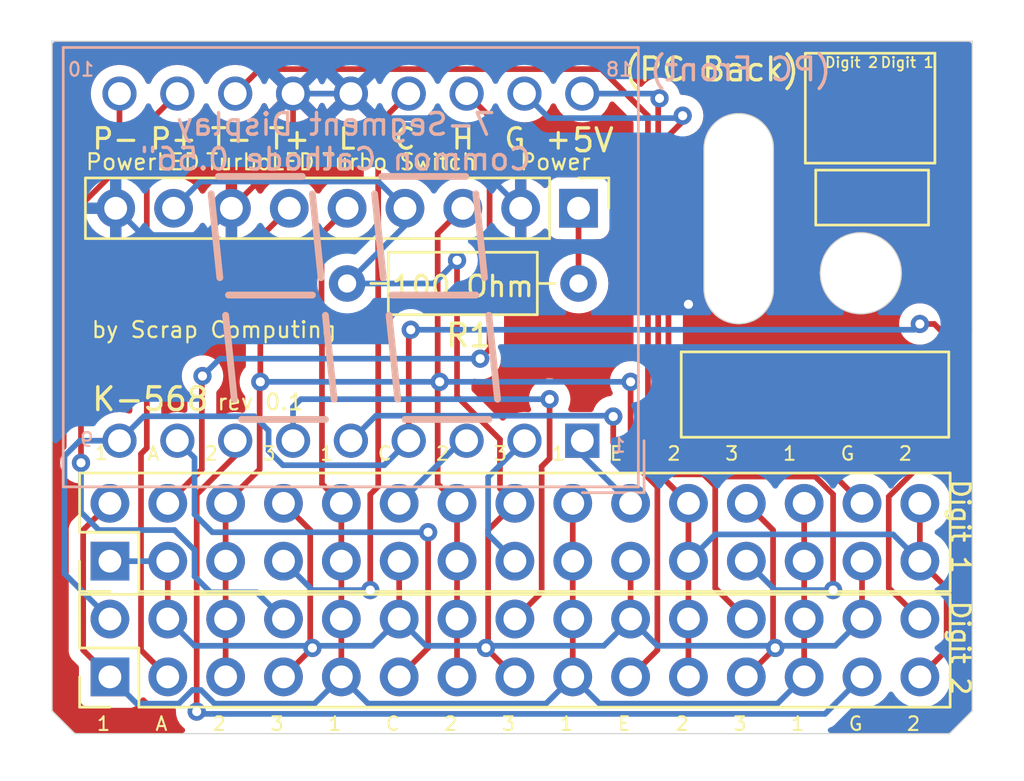
<source format=kicad_pcb>
(kicad_pcb (version 20221018) (generator pcbnew)
  (layers (0 "F.Cu" signal) (31 "B.Cu" signal) (34 "B.Paste" user) (35 "F.Paste" user) (36 "B.SilkS" user "B.Silkscreen") (37 "F.SilkS" user "F.Silkscreen") (38 "B.Mask" user) (39 "F.Mask" user) (44 "Edge.Cuts" user))
  (net 0 "")
  (net 1 "1")
  (net 2 "DIG1_A")
  (net 3 "2")
  (net 4 "3")
  (net 5 "DIG1_C")
  (net 6 "DIG1_E")
  (net 7 "DIG1_G")
  (net 8 "DIG1_F")
  (net 9 "DIG1_D")
  (net 10 "DIG1_B")
  (net 11 "DIG2_B")
  (net 12 "DIG2_D")
  (net 13 "DIG2_F")
  (net 14 "DIG2_G")
  (net 15 "DIG2_E")
  (net 16 "DIG2_C")
  (net 17 "DIG2_A")
  (net 18 "H")
  (net 19 "+5V")
  (net 20 "DIG1_CC")
  (footprint "Connector_PinHeader_2.54mm:PinHeader_1x09_P2.54mm_Vertical" (layer "F.Cu") (at 124.968 52.832 -90)
    (fp_text reference "J4" hide)
    (fp_text value "Conn_01x09")
    (fp_line (start -1.33 -1.33) (end 0 -1.33) (stroke (width 0.12)) (layer "F.SilkS"))
    (fp_line (start -1.33 0) (end -1.33 -1.33) (stroke (width 0.12)) (layer "F.SilkS"))
    (fp_line (start -1.33 1.27) (end -1.33 21.65) (stroke (width 0.12)) (layer "F.SilkS"))
    (fp_line (start -1.33 1.27) (end 1.33 1.27) (stroke (width 0.12)) (layer "F.SilkS"))
    (fp_line (start -1.33 21.65) (end 1.33 21.65) (stroke (width 0.12)) (layer "F.SilkS"))
    (fp_line (start 1.33 1.27) (end 1.33 21.65) (stroke (width 0.12)) (layer "F.SilkS"))
    (pad "1" thru_hole rect (at 0 0 270) (size 1.7 1.7) (drill 1) (layers "*.Cu" "*.Mask") (net 19 "+5V"))
    (pad "2" thru_hole oval (at 0 2.54 270) (size 1.7 1.7) (drill 1) (layers "*.Cu" "*.Mask") (net 20 "DIG1_CC"))
    (pad "3" thru_hole oval (at 0 5.08 270) (size 1.7 1.7) (drill 1) (layers "*.Cu" "*.Mask") (net 3 "2"))
    (pad "4" thru_hole oval (at 0 7.62 270) (size 1.7 1.7) (drill 1) (layers "*.Cu" "*.Mask") (net 4 "3"))
    (pad "5" thru_hole oval (at 0 10.16 270) (size 1.7 1.7) (drill 1) (layers "*.Cu" "*.Mask") (net 1 "1"))
    (pad "6" thru_hole oval (at 0 12.7 270) (size 1.7 1.7) (drill 1) (layers "*.Cu" "*.Mask") (net 3 "2"))
    (pad "7" thru_hole oval (at 0 15.24 270) (size 1.7 1.7) (drill 1) (layers "*.Cu" "*.Mask") (net 20 "DIG1_CC"))
    (pad "8" thru_hole oval (at 0 17.78 270) (size 1.7 1.7) (drill 1) (layers "*.Cu" "*.Mask") (net 4 "3"))
    (pad "9" thru_hole oval (at 0 20.32 270) (size 1.7 1.7) (drill 1) (layers "*.Cu" "*.Mask") (net 20 "DIG1_CC"))
  )
  (footprint "Connector_PinHeader_2.54mm:PinHeader_2x15_P2.54mm_Vertical" (layer "F.Cu") (at 104.394 73.406 90)
    (fp_text reference "J1" hide)
    (fp_text value "Conn_02x15 DigitRHS")
    (fp_line (start -1.33 -1.33) (end 0 -1.33) (stroke (width 0.12)) (layer "F.SilkS"))
    (fp_line (start -1.33 0) (end -1.33 -1.33) (stroke (width 0.12)) (layer "F.SilkS"))
    (fp_line (start -1.33 1.27) (end -1.33 36.89) (stroke (width 0.12)) (layer "F.SilkS"))
    (fp_line (start -1.33 1.27) (end 1.27 1.27) (stroke (width 0.12)) (layer "F.SilkS"))
    (fp_line (start -1.33 36.89) (end 3.623 36.89) (stroke (width 0.12)) (layer "F.SilkS"))
    (fp_line (start 1.27 -1.33) (end 3.623 -1.3335) (stroke (width 0.12)) (layer "F.SilkS"))
    (fp_line (start 1.27 1.27) (end 1.27 -1.33) (stroke (width 0.12)) (layer "F.SilkS"))
    (fp_line (start 3.623 -1.3335) (end 3.623 36.89) (stroke (width 0.12)) (layer "F.SilkS"))
    (pad "1" thru_hole rect (at 0 0 90) (size 1.7 1.7) (drill 1) (layers "*.Cu" "*.Mask") (net 1 "1"))
    (pad "2" thru_hole oval (at 2.54 0 90) (size 1.7 1.7) (drill 1) (layers "*.Cu" "*.Mask") (net 18 "H"))
    (pad "3" thru_hole oval (at 0 2.54 90) (size 1.7 1.7) (drill 1) (layers "*.Cu" "*.Mask") (net 17 "DIG2_A"))
    (pad "4" thru_hole oval (at 2.54 2.54 90) (size 1.7 1.7) (drill 1) (layers "*.Cu" "*.Mask") (net 4 "3"))
    (pad "5" thru_hole oval (at 0 5.08 90) (size 1.7 1.7) (drill 1) (layers "*.Cu" "*.Mask") (net 3 "2"))
    (pad "6" thru_hole oval (at 2.54 5.08 90) (size 1.7 1.7) (drill 1) (layers "*.Cu" "*.Mask") (net 3 "2"))
    (pad "7" thru_hole oval (at 0 7.62 90) (size 1.7 1.7) (drill 1) (layers "*.Cu" "*.Mask") (net 4 "3"))
    (pad "8" thru_hole oval (at 2.54 7.62 90) (size 1.7 1.7) (drill 1) (layers "*.Cu" "*.Mask") (net 11 "DIG2_B"))
    (pad "9" thru_hole oval (at 0 10.16 90) (size 1.7 1.7) (drill 1) (layers "*.Cu" "*.Mask") (net 1 "1"))
    (pad "10" thru_hole oval (at 2.54 10.16 90) (size 1.7 1.7) (drill 1) (layers "*.Cu" "*.Mask") (net 1 "1"))
    (pad "11" thru_hole oval (at 0 12.7 90) (size 1.7 1.7) (drill 1) (layers "*.Cu" "*.Mask") (net 16 "DIG2_C"))
    (pad "12" thru_hole oval (at 2.54 12.7 90) (size 1.7 1.7) (drill 1) (layers "*.Cu" "*.Mask") (net 4 "3"))
    (pad "13" thru_hole oval (at 0 15.24 90) (size 1.7 1.7) (drill 1) (layers "*.Cu" "*.Mask") (net 3 "2"))
    (pad "14" thru_hole oval (at 2.54 15.24 90) (size 1.7 1.7) (drill 1) (layers "*.Cu" "*.Mask") (net 3 "2"))
    (pad "15" thru_hole oval (at 0 17.78 90) (size 1.7 1.7) (drill 1) (layers "*.Cu" "*.Mask") (net 4 "3"))
    (pad "16" thru_hole oval (at 2.54 17.78 90) (size 1.7 1.7) (drill 1) (layers "*.Cu" "*.Mask") (net 12 "DIG2_D"))
    (pad "17" thru_hole oval (at 0 20.32 90) (size 1.7 1.7) (drill 1) (layers "*.Cu" "*.Mask") (net 1 "1"))
    (pad "18" thru_hole oval (at 2.54 20.32 90) (size 1.7 1.7) (drill 1) (layers "*.Cu" "*.Mask") (net 1 "1"))
    (pad "19" thru_hole oval (at 0 22.86 90) (size 1.7 1.7) (drill 1) (layers "*.Cu" "*.Mask") (net 15 "DIG2_E"))
    (pad "20" thru_hole oval (at 2.54 22.86 90) (size 1.7 1.7) (drill 1) (layers "*.Cu" "*.Mask") (net 4 "3"))
    (pad "21" thru_hole oval (at 0 25.4 90) (size 1.7 1.7) (drill 1) (layers "*.Cu" "*.Mask") (net 3 "2"))
    (pad "22" thru_hole oval (at 2.54 25.4 90) (size 1.7 1.7) (drill 1) (layers "*.Cu" "*.Mask") (net 3 "2"))
    (pad "23" thru_hole oval (at 0 27.94 90) (size 1.7 1.7) (drill 1) (layers "*.Cu" "*.Mask") (net 4 "3"))
    (pad "24" thru_hole oval (at 2.54 27.94 90) (size 1.7 1.7) (drill 1) (layers "*.Cu" "*.Mask") (net 13 "DIG2_F"))
    (pad "25" thru_hole oval (at 0 30.48 90) (size 1.7 1.7) (drill 1) (layers "*.Cu" "*.Mask") (net 1 "1"))
    (pad "26" thru_hole oval (at 2.54 30.48 90) (size 1.7 1.7) (drill 1) (layers "*.Cu" "*.Mask") (net 1 "1"))
    (pad "27" thru_hole oval (at 0 33.02 90) (size 1.7 1.7) (drill 1) (layers "*.Cu" "*.Mask") (net 14 "DIG2_G"))
    (pad "28" thru_hole oval (at 2.54 33.02 90) (size 1.7 1.7) (drill 1) (layers "*.Cu" "*.Mask") (net 4 "3"))
    (pad "29" thru_hole oval (at 0 35.56 90) (size 1.7 1.7) (drill 1) (layers "*.Cu" "*.Mask") (net 3 "2"))
    (pad "30" thru_hole oval (at 2.54 35.56 90) (size 1.7 1.7) (drill 1) (layers "*.Cu" "*.Mask") (net 18 "H"))
  )
  (footprint "Connector_PinHeader_2.54mm:PinHeader_2x15_P2.54mm_Vertical" (layer "F.Cu") (at 104.394 68.326 90)
    (fp_text reference "J2" hide)
    (fp_text value "Conn_02x15 DigitLHS")
    (fp_line (start -1.33 -1.33) (end 0 -1.33) (stroke (width 0.12)) (layer "F.SilkS"))
    (fp_line (start -1.33 0) (end -1.33 -1.33) (stroke (width 0.12)) (layer "F.SilkS"))
    (fp_line (start -1.33 1.27) (end -1.33 36.89) (stroke (width 0.12)) (layer "F.SilkS"))
    (fp_line (start -1.33 1.27) (end 1.27 1.27) (stroke (width 0.12)) (layer "F.SilkS"))
    (fp_line (start -1.33 36.89) (end 3.87 36.89) (stroke (width 0.12)) (layer "F.SilkS"))
    (fp_line (start 1.27 -1.33) (end 3.87 -1.33) (stroke (width 0.12)) (layer "F.SilkS"))
    (fp_line (start 1.27 1.27) (end 1.27 -1.33) (stroke (width 0.12)) (layer "F.SilkS"))
    (fp_line (start 3.87 -1.33) (end 3.87 36.89) (stroke (width 0.12)) (layer "F.SilkS"))
    (pad "1" thru_hole rect (at 0 0 90) (size 1.7 1.7) (drill 1) (layers "*.Cu" "*.Mask") (net 4 "3"))
    (pad "2" thru_hole oval (at 2.54 0 90) (size 1.7 1.7) (drill 1) (layers "*.Cu" "*.Mask") (net 1 "1"))
    (pad "3" thru_hole oval (at 0 2.54 90) (size 1.7 1.7) (drill 1) (layers "*.Cu" "*.Mask") (net 4 "3"))
    (pad "4" thru_hole oval (at 2.54 2.54 90) (size 1.7 1.7) (drill 1) (layers "*.Cu" "*.Mask") (net 2 "DIG1_A"))
    (pad "5" thru_hole oval (at 0 5.08 90) (size 1.7 1.7) (drill 1) (layers "*.Cu" "*.Mask") (net 3 "2"))
    (pad "6" thru_hole oval (at 2.54 5.08 90) (size 1.7 1.7) (drill 1) (layers "*.Cu" "*.Mask") (net 3 "2"))
    (pad "7" thru_hole oval (at 0 7.62 90) (size 1.7 1.7) (drill 1) (layers "*.Cu" "*.Mask") (net 10 "DIG1_B"))
    (pad "8" thru_hole oval (at 2.54 7.62 90) (size 1.7 1.7) (drill 1) (layers "*.Cu" "*.Mask") (net 4 "3"))
    (pad "9" thru_hole oval (at 0 10.16 90) (size 1.7 1.7) (drill 1) (layers "*.Cu" "*.Mask") (net 1 "1"))
    (pad "10" thru_hole oval (at 2.54 10.16 90) (size 1.7 1.7) (drill 1) (layers "*.Cu" "*.Mask") (net 1 "1"))
    (pad "11" thru_hole oval (at 0 12.7 90) (size 1.7 1.7) (drill 1) (layers "*.Cu" "*.Mask") (net 4 "3"))
    (pad "12" thru_hole oval (at 2.54 12.7 90) (size 1.7 1.7) (drill 1) (layers "*.Cu" "*.Mask") (net 5 "DIG1_C"))
    (pad "13" thru_hole oval (at 0 15.24 90) (size 1.7 1.7) (drill 1) (layers "*.Cu" "*.Mask") (net 3 "2"))
    (pad "14" thru_hole oval (at 2.54 15.24 90) (size 1.7 1.7) (drill 1) (layers "*.Cu" "*.Mask") (net 3 "2"))
    (pad "15" thru_hole oval (at 0 17.78 90) (size 1.7 1.7) (drill 1) (layers "*.Cu" "*.Mask") (net 9 "DIG1_D"))
    (pad "16" thru_hole oval (at 2.54 17.78 90) (size 1.7 1.7) (drill 1) (layers "*.Cu" "*.Mask") (net 4 "3"))
    (pad "17" thru_hole oval (at 0 20.32 90) (size 1.7 1.7) (drill 1) (layers "*.Cu" "*.Mask") (net 1 "1"))
    (pad "18" thru_hole oval (at 2.54 20.32 90) (size 1.7 1.7) (drill 1) (layers "*.Cu" "*.Mask") (net 1 "1"))
    (pad "19" thru_hole oval (at 0 22.86 90) (size 1.7 1.7) (drill 1) (layers "*.Cu" "*.Mask") (net 4 "3"))
    (pad "20" thru_hole oval (at 2.54 22.86 90) (size 1.7 1.7) (drill 1) (layers "*.Cu" "*.Mask") (net 6 "DIG1_E"))
    (pad "21" thru_hole oval (at 0 25.4 90) (size 1.7 1.7) (drill 1) (layers "*.Cu" "*.Mask") (net 3 "2"))
    (pad "22" thru_hole oval (at 2.54 25.4 90) (size 1.7 1.7) (drill 1) (layers "*.Cu" "*.Mask") (net 3 "2"))
    (pad "23" thru_hole oval (at 0 27.94 90) (size 1.7 1.7) (drill 1) (layers "*.Cu" "*.Mask") (net 8 "DIG1_F"))
    (pad "24" thru_hole oval (at 2.54 27.94 90) (size 1.7 1.7) (drill 1) (layers "*.Cu" "*.Mask") (net 4 "3"))
    (pad "25" thru_hole oval (at 0 30.48 90) (size 1.7 1.7) (drill 1) (layers "*.Cu" "*.Mask") (net 1 "1"))
    (pad "26" thru_hole oval (at 2.54 30.48 90) (size 1.7 1.7) (drill 1) (layers "*.Cu" "*.Mask") (net 1 "1"))
    (pad "27" thru_hole oval (at 0 33.02 90) (size 1.7 1.7) (drill 1) (layers "*.Cu" "*.Mask") (net 4 "3"))
    (pad "28" thru_hole oval (at 2.54 33.02 90) (size 1.7 1.7) (drill 1) (layers "*.Cu" "*.Mask") (net 7 "DIG1_G"))
    (pad "29" thru_hole oval (at 0 35.56 90) (size 1.7 1.7) (drill 1) (layers "*.Cu" "*.Mask") (net 3 "2"))
    (pad "30" thru_hole oval (at 2.54 35.56 90) (size 1.7 1.7) (drill 1) (layers "*.Cu" "*.Mask") (net 3 "2"))
  )
  (footprint "Resistor_THT:R_Axial_DIN0207_L6.3mm_D2.5mm_P10.16mm_Horizontal" (layer "F.Cu") (at 114.808 56.134)
    (fp_text reference "R1" (at 5.334 2.286) (layer "F.SilkS"))
    (fp_text value "100 Ohm" (at 5.08 0.127) (layer "F.SilkS") (effects (font (size 0.9 0.9) (thickness 0.14))))
    (fp_line (start 1.04 0) (end 1.81 0) (stroke (width 0.12)) (layer "F.SilkS"))
    (fp_line (start 1.81 -1.37) (end 1.81 1.37) (stroke (width 0.12)) (layer "F.SilkS"))
    (fp_line (start 1.81 1.37) (end 8.35 1.37) (stroke (width 0.12)) (layer "F.SilkS"))
    (fp_line (start 8.35 -1.37) (end 1.81 -1.37) (stroke (width 0.12)) (layer "F.SilkS"))
    (fp_line (start 8.35 1.37) (end 8.35 -1.37) (stroke (width 0.12)) (layer "F.SilkS"))
    (fp_line (start 9.12 0) (end 8.35 0) (stroke (width 0.12)) (layer "F.SilkS"))
    (pad "1" thru_hole circle (at 0 0) (size 1.6 1.6) (drill 0.8) (layers "*.Cu" "*.Mask") (net 4 "3"))
    (pad "2" thru_hole oval (at 10.16 0) (size 1.6 1.6) (drill 0.8) (layers "*.Cu" "*.Mask") (net 19 "+5V"))
  )
  (footprint "Display_7Segment:DA56-11CGKWA" (layer "B.Cu") (at 125.134 63.038 90)
    (fp_text reference "U1" hide)
    (fp_text value "DC56-11GWA")
    (fp_line (start -2.28 2.71) (end -2.28 0) (stroke (width 0.12)) (layer "B.SilkS"))
    (fp_line (start -2.28 2.71) (end 0 2.71) (stroke (width 0.12)) (layer "B.SilkS"))
    (fp_line (start -2.025 -22.79) (end -2.025 2.46) (stroke (width 0.12)) (layer "B.SilkS"))
    (fp_line (start -2.025 2.46) (end 17.265 2.46) (stroke (width 0.12)) (layer "B.SilkS"))
    (fp_line (start 17.265 -22.79) (end -2.025 -22.79) (stroke (width 0.12)) (layer "B.SilkS"))
    (fp_line (start 17.265 2.46) (end 17.265 -22.79) (stroke (width 0.12)) (layer "B.SilkS"))
    (pad "1" thru_hole rect (at 0 0 90) (size 1.5 1.5) (drill 1) (layers "*.Cu" "*.Mask") (net 6 "DIG1_E"))
    (pad "2" thru_hole circle (at 0 -2.54 90) (size 1.5 1.5) (drill 1) (layers "*.Cu" "*.Mask") (net 9 "DIG1_D"))
    (pad "3" thru_hole circle (at 0 -5.08 90) (size 1.5 1.5) (drill 1) (layers "*.Cu" "*.Mask") (net 5 "DIG1_C"))
    (pad "4" thru_hole circle (at 0 -7.62 90) (size 1.5 1.5) (drill 1) (layers "*.Cu" "*.Mask") (net 18 "H"))
    (pad "5" thru_hole circle (at 0 -10.16 90) (size 1.5 1.5) (drill 1) (layers "*.Cu" "*.Mask") (net 15 "DIG2_E"))
    (pad "6" thru_hole circle (at 0 -12.7 90) (size 1.5 1.5) (drill 1) (layers "*.Cu" "*.Mask") (net 12 "DIG2_D"))
    (pad "7" thru_hole circle (at 0 -15.24 90) (size 1.5 1.5) (drill 1) (layers "*.Cu" "*.Mask") (net 14 "DIG2_G"))
    (pad "8" thru_hole circle (at 0 -17.78 90) (size 1.5 1.5) (drill 1) (layers "*.Cu" "*.Mask") (net 16 "DIG2_C"))
    (pad "9" thru_hole circle (at 0 -20.32 90) (size 1.5 1.5) (drill 1) (layers "*.Cu" "*.Mask") (net 18 "H"))
    (pad "10" thru_hole circle (at 15.24 -20.32 90) (size 1.5 1.5) (drill 1) (layers "*.Cu" "*.Mask") (net 11 "DIG2_B"))
    (pad "11" thru_hole circle (at 15.24 -17.78 90) (size 1.5 1.5) (drill 1) (layers "*.Cu" "*.Mask") (net 17 "DIG2_A"))
    (pad "12" thru_hole circle (at 15.24 -15.24 90) (size 1.5 1.5) (drill 1) (layers "*.Cu" "*.Mask") (net 13 "DIG2_F"))
    (pad "13" thru_hole circle (at 15.24 -12.7 90) (size 1.5 1.5) (drill 1) (layers "*.Cu" "*.Mask") (net 20 "DIG1_CC"))
    (pad "14" thru_hole circle (at 15.24 -10.16 90) (size 1.5 1.5) (drill 1) (layers "*.Cu" "*.Mask") (net 20 "DIG1_CC"))
    (pad "15" thru_hole circle (at 15.24 -7.62 90) (size 1.5 1.5) (drill 1) (layers "*.Cu" "*.Mask") (net 10 "DIG1_B"))
    (pad "16" thru_hole circle (at 15.24 -5.08 90) (size 1.5 1.5) (drill 1) (layers "*.Cu" "*.Mask") (net 2 "DIG1_A"))
    (pad "17" thru_hole circle (at 15.24 -2.54 90) (size 1.5 1.5) (drill 1) (layers "*.Cu" "*.Mask") (net 7 "DIG1_G"))
    (pad "18" thru_hole circle (at 15.24 0 90) (size 1.5 1.5) (drill 1) (layers "*.Cu" "*.Mask") (net 8 "DIG1_F"))
  )
  (gr_line (start 117.348 62.103) (end 121.031 62.103) (stroke (width 0.3)) (layer "B.SilkS"))
  (gr_line (start 109.474 57.531) (end 109.855 61.214) (stroke (width 0.3)) (layer "B.SilkS"))
  (gr_line (start 116.7765 56.642) (end 120.4595 56.642) (stroke (width 0.3)) (layer "B.SilkS"))
  (gr_line (start 116.6495 57.531) (end 117.0305 61.214) (stroke (width 0.3)) (layer "B.SilkS"))
  (gr_line (start 113.8555 57.531) (end 114.2365 61.214) (stroke (width 0.3)) (layer "B.SilkS"))
  (gr_line (start 109.1565 51.435) (end 112.8395 51.435) (stroke (width 0.3)) (layer "B.SilkS"))
  (gr_line (start 116.0145 52.197) (end 116.3955 55.88) (stroke (width 0.3)) (layer "B.SilkS"))
  (gr_line (start 110.1725 62.103) (end 113.8555 62.103) (stroke (width 0.3)) (layer "B.SilkS"))
  (gr_line (start 116.332 51.435) (end 120.015 51.435) (stroke (width 0.3)) (layer "B.SilkS"))
  (gr_line (start 109.601 56.642) (end 113.284 56.642) (stroke (width 0.3)) (layer "B.SilkS"))
  (gr_line (start 108.839 52.197) (end 109.22 55.88) (stroke (width 0.3)) (layer "B.SilkS"))
  (gr_line (start 113.284 52.197) (end 113.665 55.88) (stroke (width 0.3)) (layer "B.SilkS"))
  (gr_line (start 121.031 57.531) (end 121.412 61.214) (stroke (width 0.3)) (layer "B.SilkS"))
  (gr_line (start 120.4595 52.197) (end 120.8405 55.88) (stroke (width 0.3)) (layer "B.SilkS"))
  (gr_line (start 140.335 51.1556) (end 135.382 51.1556) (stroke (width 0.12)) (layer "F.SilkS"))
  (gr_line (start 129.4765 59.13755) (end 129.4765 62.88405) (stroke (width 0.12)) (layer "F.SilkS"))
  (gr_line (start 141.224 59.13755) (end 129.4765 59.13755) (stroke (width 0.12)) (layer "F.SilkS"))
  (gr_line (start 129.4765 62.88405) (end 141.224 62.88405) (stroke (width 0.12)) (layer "F.SilkS"))
  (gr_line (start 135.382 51.1556) (end 135.382 53.5686) (stroke (width 0.12)) (layer "F.SilkS"))
  (gr_line (start 134.9248 50.8508) (end 134.9248 46.0248) (stroke (width 0.12)) (layer "F.SilkS"))
  (gr_line (start 140.6144 46.0248) (end 140.6144 50.8508) (stroke (width 0.12)) (layer "F.SilkS"))
  (gr_line (start 141.224 62.88405) (end 141.224 59.13755) (stroke (width 0.12)) (layer "F.SilkS"))
  (gr_line (start 135.382 53.5686) (end 140.335 53.5686) (stroke (width 0.12)) (layer "F.SilkS"))
  (gr_line (start 134.9248 46.0248) (end 140.6144 46.0248) (stroke (width 0.12)) (layer "F.SilkS"))
  (gr_line (start 140.6144 50.8508) (end 134.9248 50.8508) (stroke (width 0.12)) (layer "F.SilkS"))
  (gr_line (start 140.335 53.5686) (end 140.335 51.1556) (stroke (width 0.12)) (layer "F.SilkS"))
  (gr_line (start 142.254 74.898) (end 142.254 45.498) (stroke (width 0.05)) (layer "Edge.Cuts"))
  (gr_line (start 101.854 74.898) (end 101.854 45.498) (stroke (width 0.05)) (layer "Edge.Cuts"))
  (gr_line (start 102.854 75.898) (end 101.854 74.898) (stroke (width 0.05)) (layer "Edge.Cuts"))
  (gr_line (start 102.854 75.898) (end 141.254 75.898) (stroke (width 0.05)) (layer "Edge.Cuts"))
  (gr_line (start 142.254 74.898) (end 141.254 75.898) (stroke (width 0.05)) (layer "Edge.Cuts"))
  (gr_circle (center 137.361309 55.683691) (end 135.583309 55.657566) (stroke (width 0.05)) (fill none) (layer "Edge.Cuts"))
  (gr_arc (start 133.5261 56.374) (mid 132.0021 57.898) (end 130.4781 56.374) (stroke (width 0.05)) (layer "Edge.Cuts"))
  (gr_line (start 142.254 45.498) (end 101.854 45.498) (stroke (width 0.05)) (layer "Edge.Cuts"))
  (gr_line (start 133.5261 50.198) (end 133.5261 56.374) (stroke (width 0.05)) (layer "Edge.Cuts"))
  (gr_arc (start 130.4781 50.198) (mid 132.0021 48.674) (end 133.5261 50.198) (stroke (width 0.05)) (layer "Edge.Cuts"))
  (gr_line (start 130.4781 56.374) (end 130.478101 50.198) (stroke (width 0.05)) (layer "Edge.Cuts"))
  (gr_text "9" (at 103.378 62.992) (layer "B.SilkS") (effects (font (size 0.6 0.6) (thickness 0.1)) (justify mirror)))
  (gr_text "18" (at 126.746 46.736) (layer "B.SilkS") (effects (font (size 0.6 0.6) (thickness 0.1)) (justify mirror)))
  (gr_text "(PC Front)" (at 132.08 46.736) (layer "B.SilkS") (effects (font (size 1 1)) (justify mirror)))
  (gr_text "10" (at 103.124 46.736) (layer "B.SilkS") (effects (font (size 0.6 0.6) (thickness 0.1)) (justify mirror)))
  (gr_text "1" (at 126.746 63.246) (layer "B.SilkS") (effects (font (size 0.6 0.6) (thickness 0.1)) (justify mirror)))
  (gr_text "7-Segment Display\nCommon Cathode 0.56{dblquote}" (at 114.3 49.911) (layer "B.SilkS") (effects (font (size 0.95 0.95)) (justify mirror)))
  (gr_text "2" (at 109.1946 75.4634) (layer "F.SilkS") (effects (font (size 0.6 0.6) (thickness 0.09))))
  (gr_text "3" (at 111.7346 75.4634) (layer "F.SilkS") (effects (font (size 0.6 0.6) (thickness 0.09))))
  (gr_text "1" (at 114.2746 75.4634) (layer "F.SilkS") (effects (font (size 0.6 0.6) (thickness 0.09))))
  (gr_text "1" (at 104.1146 75.4634) (layer "F.SilkS") (effects (font (size 0.6 0.6) (thickness 0.09))))
  (gr_text "G" (at 122.174 49.784) (layer "F.SilkS") (effects (font (size 0.9 0.9) (thickness 0.14))))
  (gr_text "H" (at 119.888 49.784) (layer "F.SilkS") (effects (font (size 0.9 0.9) (thickness 0.14))))
  (gr_text "L" (at 114.808 49.784) (layer "F.SilkS") (effects (font (size 0.9 0.9) (thickness 0.14))))
  (gr_text "TurboLED" (at 110.998 50.8) (layer "F.SilkS") (effects (font (size 0.7 0.7) (thickness 0.1))))
  (gr_text "(PC Back)" (at 130.81 46.736) (layer "F.SilkS") (effects (font (size 1 1))))
  (gr_text "Digit 2" (at 136.9568 46.4312) (layer "F.SilkS") (effects (font (size 0.45 0.45) (thickness 0.08))))
  (gr_text "Digit 1" (at 139.3952 46.4312) (layer "F.SilkS") (effects (font (size 0.45 0.45) (thickness 0.08))))
  (gr_text "3" (at 121.539 63.6016) (layer "F.SilkS") (effects (font (size 0.6 0.6) (thickness 0.09))))
  (gr_text "2" (at 108.839 63.6016) (layer "F.SilkS") (effects (font (size 0.6 0.6) (thickness 0.09))))
  (gr_text "2" (at 118.999 63.6016) (layer "F.SilkS") (effects (font (size 0.6 0.6) (thickness 0.09))))
  (gr_text "1" (at 113.919 63.6016) (layer "F.SilkS") (effects (font (size 0.6 0.6) (thickness 0.09))))
  (gr_text "C" (at 116.459 63.6016) (layer "F.SilkS") (effects (font (size 0.6 0.6) (thickness 0.09))))
  (gr_text "1" (at 104.0205 63.5771) (layer "F.SilkS") (effects (font (size 0.6 0.6) (thickness 0.09))))
  (gr_text "2" (at 129.159 63.6016) (layer "F.SilkS") (effects (font (size 0.6 0.6) (thickness 0.09))))
  (gr_text "3" (at 131.699 63.6016) (layer "F.SilkS") (effects (font (size 0.6 0.6) (thickness 0.09))))
  (gr_text "G" (at 136.779 63.6016) (layer "F.SilkS") (effects (font (size 0.6 0.6) (thickness 0.09))))
  (gr_text "2" (at 139.319 63.6016) (layer "F.SilkS") (effects (font (size 0.6 0.6) (thickness 0.09))))
  (gr_text "A" (at 106.299 63.6016) (layer "F.SilkS") (effects (font (size 0.6 0.6) (thickness 0.09))))
  (gr_text "1" (at 134.239 63.6016) (layer "F.SilkS") (effects (font (size 0.6 0.6) (thickness 0.09))))
  (gr_text "1" (at 124.079 63.6016) (layer "F.SilkS") (effects (font (size 0.6 0.6) (thickness 0.09))))
  (gr_text "E" (at 126.619 63.6016) (layer "F.SilkS") (effects (font (size 0.6 0.6) (thickness 0.09))))
  (gr_text "3" (at 111.379 63.6016) (layer "F.SilkS") (effects (font (size 0.6 0.6) (thickness 0.09))))
  (gr_text "Digit 2" (at 141.732 72.136 -90) (layer "F.SilkS") (effects (font (size 0.8 0.8) (thickness 0.13))))
  (gr_text "Digit 1" (at 141.732 66.802 -90) (layer "F.SilkS") (effects (font (size 0.8 0.8) (thickness 0.13))))
  (gr_text "Power" (at 123.952 50.8) (layer "F.SilkS") (effects (font (size 0.7 0.7) (thickness 0.1))))
  (gr_text "5V" (at 125.603 49.8475) (layer "F.SilkS") (effects (font (size 1 1))))
  (gr_text "P+" (at 107.188 49.784) (layer "F.SilkS") (effects (font (size 0.9 0.9) (thickness 0.14))))
  (gr_text "PowerLED" (at 105.8418 50.8) (layer "F.SilkS") (effects (font (size 0.7 0.7) (thickness 0.1))))
  (gr_text "2" (at 139.6746 75.4634) (layer "F.SilkS") (effects (font (size 0.6 0.6) (thickness 0.09))))
  (gr_text "T+" (at 112.268 49.784) (layer "F.SilkS") (effects (font (size 0.9 0.9) (thickness 0.14))))
  (gr_text "1" (at 134.5946 75.4634) (layer "F.SilkS") (effects (font (size 0.6 0.6) (thickness 0.09))))
  (gr_text "2" (at 129.5146 75.4634) (layer "F.SilkS") (effects (font (size 0.6 0.6) (thickness 0.09))))
  (gr_text "E" (at 126.9746 75.4634) (layer "F.SilkS") (effects (font (size 0.6 0.6) (thickness 0.09))))
  (gr_text "2" (at 119.3546 75.4634) (layer "F.SilkS") (effects (font (size 0.6 0.6) (thickness 0.09))))
  (gr_text "A" (at 106.6546 75.4634) (layer "F.SilkS") (effects (font (size 0.6 0.6) (thickness 0.09))))
  (gr_text "Turbo Switch" (at 117.094 50.8) (layer "F.SilkS") (effects (font (size 0.7 0.7) (thickness 0.1))))
  (gr_text "rev 0.1" (at 110.998 61.341) (layer "F.SilkS") (effects (font (size 0.7 0.7) (thickness 0.1))))
  (gr_text "3" (at 121.8946 75.4634) (layer "F.SilkS") (effects (font (size 0.6 0.6) (thickness 0.09))))
  (gr_text "P-" (at 104.648 49.784) (layer "F.SilkS") (effects (font (size 0.9 0.9) (thickness 0.14))))
  (gr_text "C" (at 117.348 49.784) (layer "F.SilkS") (effects (font (size 0.9 0.9) (thickness 0.14))))
  (gr_text "3" (at 132.0546 75.4634) (layer "F.SilkS") (effects (font (size 0.6 0.6) (thickness 0.09))))
  (gr_text "by Scrap Computing" (at 108.966 58.166) (layer "F.SilkS") (effects (font (size 0.7 0.7) (thickness 0.1))))
  (gr_text "1" (at 124.4346 75.4634) (layer "F.SilkS") (effects (font (size 0.6 0.6) (thickness 0.09))))
  (gr_text "G" (at 137.1346 75.4634) (layer "F.SilkS") (effects (font (size 0.6 0.6) (thickness 0.09))))
  (gr_text "K-568" (at 106.172 61.214) (layer "F.SilkS") (effects (font (size 1 1))))
  (gr_text "C" (at 116.8146 75.4634) (layer "F.SilkS") (effects (font (size 0.6 0.6) (thickness 0.09))))
  (gr_text "T-" (at 109.728 49.784) (layer "F.SilkS") (effects (font (size 0.9 0.9) (thickness 0.14))))
  (gr_text "+" (at 124.079 49.784) (layer "F.SilkS") (effects (font (size 0.9 0.9) (thickness 0.14))))
  (segment (start 113.683 58.807991) (end 113.683 53.957) (width 0.25) (layer "F.Cu") (net 1))
  (segment (start 114.554 68.326) (end 114.554 65.786) (width 0.25) (layer "F.Cu") (net 1))
  (segment (start 134.874 70.866) (end 134.874 73.406) (width 0.25) (layer "F.Cu") (net 1))
  (segment (start 103.219 72.231) (end 104.394 73.406) (width 0.25) (layer "F.Cu") (net 1))
  (segment (start 114.554 70.866) (end 114.554 68.326) (width 0.25) (layer "F.Cu") (net 1))
  (segment (start 134.874 68.326) (end 134.874 70.866) (width 0.25) (layer "F.Cu") (net 1))
  (segment (start 113.704 64.936) (end 113.704 58.828991) (width 0.25) (layer "F.Cu") (net 1))
  (segment (start 124.714 70.866) (end 124.714 68.326) (width 0.25) (layer "F.Cu") (net 1))
  (segment (start 114.554 73.406) (end 114.554 70.866) (width 0.25) (layer "F.Cu") (net 1))
  (segment (start 114.554 65.786) (end 113.704 64.936) (width 0.25) (layer "F.Cu") (net 1))
  (segment (start 113.704 58.828991) (end 113.683 58.807991) (width 0.25) (layer "F.Cu") (net 1))
  (segment (start 104.394 65.786) (end 103.219 66.961) (width 0.25) (layer "F.Cu") (net 1))
  (segment (start 124.714 73.406) (end 124.714 70.866) (width 0.25) (layer "F.Cu") (net 1))
  (segment (start 103.219 66.961) (end 103.219 72.231) (width 0.25) (layer "F.Cu") (net 1))
  (segment (start 124.714 68.326) (end 124.714 65.786) (width 0.25) (layer "F.Cu") (net 1))
  (segment (start 134.874 65.786) (end 134.874 68.326) (width 0.25) (layer "F.Cu") (net 1))
  (segment (start 113.683 53.957) (end 114.808 52.832) (width 0.25) (layer "F.Cu") (net 1))
  (segment (start 105.569 74.581) (end 107.420701 74.581) (width 0.25) (layer "B.Cu") (net 1))
  (segment (start 107.420701 74.581) (end 108.018851 73.98285) (width 0.25) (layer "B.Cu") (net 1))
  (segment (start 114.554 73.406) (end 115.729 74.581) (width 0.25) (layer "B.Cu") (net 1))
  (segment (start 108.018851 73.98285) (end 108.389149 73.98285) (width 0.25) (layer "B.Cu") (net 1))
  (segment (start 108.987299 74.581) (end 113.379 74.581) (width 0.25) (layer "B.Cu") (net 1))
  (segment (start 133.699 74.581) (end 134.874 73.406) (width 0.25) (layer "B.Cu") (net 1))
  (segment (start 123.539 74.581) (end 124.714 73.406) (width 0.25) (layer "B.Cu") (net 1))
  (segment (start 115.729 74.581) (end 123.539 74.581) (width 0.25) (layer "B.Cu") (net 1))
  (segment (start 113.379 74.581) (end 114.554 73.406) (width 0.25) (layer "B.Cu") (net 1))
  (segment (start 124.714 73.406) (end 125.889 74.581) (width 0.25) (layer "B.Cu") (net 1))
  (segment (start 108.389149 73.98285) (end 108.987299 74.581) (width 0.25) (layer "B.Cu") (net 1))
  (segment (start 104.394 73.406) (end 105.569 74.581) (width 0.25) (layer "B.Cu") (net 1))
  (segment (start 125.889 74.581) (end 133.699 74.581) (width 0.25) (layer "B.Cu") (net 1))
  (segment (start 108.458 60.198) (end 108.429 60.169) (width 0.25) (layer "F.Cu") (net 2))
  (segment (start 121.063 59.023) (end 121.063 48.807) (width 0.25) (layer "F.Cu") (net 2))
  (segment (start 108.429 60.169) (end 108.429 59.973) (width 0.25) (layer "F.Cu") (net 2))
  (segment (start 120.65 59.436) (end 121.063 59.023) (width 0.25) (layer "F.Cu") (net 2))
  (segment (start 121.063 48.807) (end 120.054 47.798) (width 0.25) (layer "F.Cu") (net 2))
  (segment (start 108.429 60.227) (end 108.458 60.198) (width 0.25) (layer "F.Cu") (net 2))
  (segment (start 108.429 64.291) (end 108.429 60.227) (width 0.25) (layer "F.Cu") (net 2))
  (segment (start 106.934 65.786) (end 108.429 64.291) (width 0.25) (layer "F.Cu") (net 2))
  (segment (start 108.458 59.944) (end 108.429 59.973) (width 0.25) (layer "F.Cu") (net 2))
  (via (at 108.458 60.198) (size 0.8) (drill 0.4) (layers "F.Cu" "B.Cu") (net 2))
  (via (at 120.65 59.436) (size 0.8) (drill 0.4) (layers "F.Cu" "B.Cu") (net 2))
  (segment (start 120.65 59.436) (end 120.396 59.436) (width 0.25) (layer "B.Cu") (net 2))
  (segment (start 108.458 60.198) (end 109.22 59.436) (width 0.25) (layer "B.Cu") (net 2))
  (segment (start 109.22 59.436) (end 120.65 59.436) (width 0.25) (layer "B.Cu") (net 2))
  (segment (start 109.474 65.786) (end 110.969 64.291) (width 0.25) (layer "F.Cu") (net 3))
  (segment (start 119.634 70.866) (end 119.634 68.326) (width 0.25) (layer "F.Cu") (net 3))
  (segment (start 118.784 60.54) (end 118.872 60.452) (width 0.25) (layer "F.Cu") (net 3))
  (segment (start 118.784 53.936) (end 119.888 52.832) (width 0.25) (layer "F.Cu") (net 3))
  (segment (start 119.634 73.406) (end 119.634 70.866) (width 0.25) (layer "F.Cu") (net 3))
  (segment (start 110.998 54.102) (end 110.998 60.452) (width 0.25) (layer "F.Cu") (net 3))
  (segment (start 129.794 68.326) (end 129.794 65.786) (width 0.25) (layer "F.Cu") (net 3))
  (segment (start 118.872 60.452) (end 118.784 60.364) (width 0.25) (layer "F.Cu") (net 3))
  (segment (start 118.784 60.364) (end 118.784 53.936) (width 0.25) (layer "F.Cu") (net 3))
  (segment (start 129.794 65.786) (end 127.381 63.373) (width 0.25) (layer "F.Cu") (net 3))
  (segment (start 129.794 68.326) (end 129.794 70.866) (width 0.25) (layer "F.Cu") (net 3))
  (segment (start 109.474 73.406) (end 109.474 70.866) (width 0.25) (layer "F.Cu") (net 3))
  (segment (start 139.954 68.326) (end 139.954 65.786) (width 0.25) (layer "F.Cu") (net 3))
  (segment (start 110.969 60.677) (end 110.744 60.452) (width 0.25) (layer "F.Cu") (net 3))
  (segment (start 109.474 70.866) (end 109.474 68.326) (width 0.25) (layer "F.Cu") (net 3))
  (segment (start 127.254 63.246) (end 127.254 60.706) (width 0.25) (layer "F.Cu") (net 3))
  (segment (start 129.794 70.866) (end 129.794 73.406) (width 0.25) (layer "F.Cu") (net 3))
  (segment (start 109.474 68.326) (end 109.474 65.786) (width 0.25) (layer "F.Cu") (net 3))
  (segment (start 110.998 54.102) (end 112.268 52.832) (width 0.25) (layer "F.Cu") (net 3))
  (segment (start 141.129 69.501) (end 139.954 68.326) (width 0.25) (layer "F.Cu") (net 3))
  (segment (start 119.634 68.326) (end 119.634 65.786) (width 0.25) (layer "F.Cu") (net 3))
  (segment (start 141.129 72.231) (end 141.129 69.501) (width 0.25) (layer "F.Cu") (net 3))
  (segment (start 110.969 64.291) (end 110.969 60.677) (width 0.25) (layer "F.Cu") (net 3))
  (segment (start 119.634 65.786) (end 118.784 64.936) (width 0.25) (layer "F.Cu") (net 3))
  (segment (start 139.954 73.406) (end 141.129 72.231) (width 0.25) (layer "F.Cu") (net 3))
  (segment (start 118.784 64.936) (end 118.784 60.54) (width 0.25) (layer "F.Cu") (net 3))
  (segment (start 129.794 65.786) (end 128.778 64.77) (width 0.25) (layer "F.Cu") (net 3))
  (segment (start 127.254 60.706) (end 127.254 60.452) (width 0.25) (layer "F.Cu") (net 3))
  (segment (start 127.381 63.373) (end 127.254 63.246) (width 0.25) (layer "F.Cu") (net 3))
  (via (at 127.254 60.452) (size 0.8) (drill 0.4) (layers "F.Cu" "B.Cu") (net 3))
  (via (at 110.998 60.452) (size 0.8) (drill 0.4) (layers "F.Cu" "B.Cu") (net 3))
  (via (at 118.872 60.452) (size 0.8) (drill 0.4) (layers "F.Cu" "B.Cu") (net 3))
  (segment (start 138.779 67.151) (end 130.969 67.151) (width 0.25) (layer "B.Cu") (net 3))
  (segment (start 118.872 60.452) (end 127.254 60.452) (width 0.25) (layer "B.Cu") (net 3))
  (segment (start 139.954 68.326) (end 138.779 67.151) (width 0.25) (layer "B.Cu") (net 3))
  (segment (start 110.998 60.452) (end 118.618 60.452) (width 0.25) (layer "B.Cu") (net 3))
  (segment (start 130.969 67.151) (end 129.794 68.326) (width 0.25) (layer "B.Cu") (net 3))
  (segment (start 121.519 62.98272) (end 119.634 61.09772) (width 0.25) (layer "F.Cu") (net 4))
  (segment (start 122.174 65.786) (end 121.519 65.131) (width 0.25) (layer "F.Cu") (net 4))
  (segment (start 113.189 72.231) (end 113.189 66.961) (width 0.25) (layer "F.Cu") (net 4))
  (segment (start 119.634 61.09772) (end 119.634 55.118) (width 0.25) (layer "F.Cu") (net 4))
  (segment (start 122.174 73.406) (end 120.999 72.231) (width 0.25) (layer "F.Cu") (net 4))
  (segment (start 106.934 70.866) (end 106.934 68.326) (width 0.25) (layer "F.Cu") (net 4))
  (segment (start 127.254 70.866) (end 127.254 68.326) (width 0.25) (layer "F.Cu") (net 4))
  (segment (start 120.999 72.231) (end 120.999 66.961) (width 0.25) (layer "F.Cu") (net 4))
  (segment (start 117.094 70.866) (end 117.094 68.326) (width 0.25) (layer "F.Cu") (net 4))
  (segment (start 120.999 66.961) (end 122.174 65.786) (width 0.25) (layer "F.Cu") (net 4))
  (segment (start 121.519 65.131) (end 121.519 62.98272) (width 0.25) (layer "F.Cu") (net 4))
  (segment (start 137.414 70.866) (end 137.414 68.326) (width 0.25) (layer "F.Cu") (net 4))
  (segment (start 113.189 66.961) (end 112.014 65.786) (width 0.25) (layer "F.Cu") (net 4))
  (segment (start 112.014 73.406) (end 113.189 72.231) (width 0.25) (layer "F.Cu") (net 4))
  (segment (start 132.334 73.406) (end 133.509 72.231) (width 0.25) (layer "F.Cu") (net 4))
  (segment (start 133.509 72.231) (end 133.509 66.961) (width 0.25) (layer "F.Cu") (net 4))
  (segment (start 133.509 66.961) (end 132.334 65.786) (width 0.25) (layer "F.Cu") (net 4))
  (via (at 120.904 72.136) (size 0.8) (drill 0.4) (layers "F.Cu" "B.Cu") (net 4))
  (via (at 133.604 72.136) (size 0.8) (drill 0.4) (layers "F.Cu" "B.Cu") (net 4))
  (via (at 119.634 55.118) (size 0.8) (drill 0.4) (layers "F.Cu" "B.Cu") (net 4))
  (via (at 113.284 72.136) (size 0.8) (drill 0.4) (layers "F.Cu" "B.Cu") (net 4))
  (segment (start 113.189 72.041) (end 113.284 72.136) (width 0.25) (layer "B.Cu") (net 4))
  (segment (start 133.604 72.136) (end 133.699 72.041) (width 0.25) (layer "B.Cu") (net 4))
  (segment (start 120.999 72.041) (end 126.079 72.041) (width 0.25) (layer "B.Cu") (net 4))
  (segment (start 118.618 56.134) (end 119.634 55.118) (width 0.25) (layer "B.Cu") (net 4))
  (segment (start 133.699 72.041) (end 136.239 72.041) (width 0.25) (layer "B.Cu") (net 4))
  (segment (start 120.904 72.136) (end 120.999 72.041) (width 0.25) (layer "B.Cu") (net 4))
  (segment (start 116.173 51.657) (end 108.363 51.657) (width 0.25) (layer "B.Cu") (net 4))
  (segment (start 118.269 72.041) (end 120.809 72.041) (width 0.25) (layer "B.Cu") (net 4))
  (segment (start 113.284 72.136) (end 113.379 72.041) (width 0.25) (layer "B.Cu") (net 4))
  (segment (start 115.919 72.041) (end 117.094 70.866) (width 0.25) (layer "B.Cu") (net 4))
  (segment (start 114.808 56.134) (end 117.348 53.594) (width 0.25) (layer "B.Cu") (net 4))
  (segment (start 117.348 53.594) (end 117.348 52.832) (width 0.25) (layer "B.Cu") (net 4))
  (segment (start 113.379 72.041) (end 115.919 72.041) (width 0.25) (layer "B.Cu") (net 4))
  (segment (start 116.173 51.657) (end 117.348 52.832) (width 0.25) (layer "B.Cu") (net 4))
  (segment (start 106.934 70.866) (end 108.109 72.041) (width 0.25) (layer "B.Cu") (net 4))
  (segment (start 128.429 72.041) (end 133.509 72.041) (width 0.25) (layer "B.Cu") (net 4))
  (segment (start 127.254 70.866) (end 128.429 72.041) (width 0.25) (layer "B.Cu") (net 4))
  (segment (start 136.239 72.041) (end 137.414 70.866) (width 0.25) (layer "B.Cu") (net 4))
  (segment (start 120.809 72.041) (end 120.904 72.136) (width 0.25) (layer "B.Cu") (net 4))
  (segment (start 104.394 68.326) (end 106.934 68.326) (width 0.25) (layer "B.Cu") (net 4))
  (segment (start 108.363 51.657) (end 107.188 52.832) (width 0.25) (layer "B.Cu") (net 4))
  (segment (start 114.808 56.134) (end 118.618 56.134) (width 0.25) (layer "B.Cu") (net 4))
  (segment (start 126.079 72.041) (end 127.254 70.866) (width 0.25) (layer "B.Cu") (net 4))
  (segment (start 133.509 72.041) (end 133.604 72.136) (width 0.25) (layer "B.Cu") (net 4))
  (segment (start 117.094 70.866) (end 118.269 72.041) (width 0.25) (layer "B.Cu") (net 4))
  (segment (start 108.109 72.041) (end 113.189 72.041) (width 0.25) (layer "B.Cu") (net 4))
  (segment (start 117.094 65.786) (end 119.842 63.038) (width 0.25) (layer "B.Cu") (net 5))
  (segment (start 119.842 63.038) (end 120.054 63.038) (width 0.25) (layer "B.Cu") (net 5))
  (segment (start 125.134 63.666) (end 125.134 63.038) (width 0.25) (layer "F.Cu") (net 6))
  (segment (start 127.254 65.786) (end 125.134 63.666) (width 0.25) (layer "B.Cu") (net 6))
  (segment (start 125.134 63.666) (end 125.134 63.038) (width 0.25) (layer "B.Cu") (net 6))
  (segment (start 131.475604 63.556604) (end 129.54 63.556604) (width 0.25) (layer "F.Cu") (net 7))
  (segment (start 135.789 64.161) (end 132.08 64.161) (width 0.25) (layer "F.Cu") (net 7))
  (segment (start 128.916 62.932604) (end 128.916 49.646) (width 0.25) (layer "F.Cu") (net 7))
  (segment (start 129.54 63.556604) (end 128.916 62.932604) (width 0.25) (layer "F.Cu") (net 7))
  (segment (start 128.916 49.646) (end 129.54 49.022) (width 0.25) (layer "F.Cu") (net 7))
  (segment (start 132.08 64.161) (end 131.475604 63.556604) (width 0.25) (layer "F.Cu") (net 7))
  (segment (start 137.414 65.786) (end 135.789 64.161) (width 0.25) (layer "F.Cu") (net 7))
  (via (at 129.54 48.768) (size 0.8) (drill 0.4) (layers "F.Cu" "B.Cu") (net 7))
  (segment (start 123.669 48.873) (end 129.435 48.873) (width 0.25) (layer "B.Cu") (net 7))
  (segment (start 129.54 48.768) (end 129.645 48.873) (width 0.25) (layer "B.Cu") (net 7))
  (segment (start 122.594 47.798) (end 123.669 48.873) (width 0.25) (layer "B.Cu") (net 7))
  (segment (start 129.435 48.873) (end 129.54 48.768) (width 0.25) (layer "B.Cu") (net 7))
  (segment (start 128.466 63.185208) (end 128.466 48.064) (width 0.25) (layer "F.Cu") (net 8))
  (segment (start 135.360701 64.611) (end 131.413 64.611) (width 0.25) (layer "F.Cu") (net 8))
  (segment (start 128.524 48.006) (end 128.466 47.948) (width 0.25) (layer "F.Cu") (net 8))
  (segment (start 136.144 65.394299) (end 136.144 69.596) (width 0.25) (layer "F.Cu") (net 8))
  (segment (start 129.287396 64.006604) (end 128.466 63.185208) (width 0.25) (layer "F.Cu") (net 8))
  (segment (start 135.450851 64.701149) (end 135.360701 64.611) (width 0.25) (layer "F.Cu") (net 8))
  (segment (start 130.808604 64.006604) (end 129.287396 64.006604) (width 0.25) (layer "F.Cu") (net 8))
  (segment (start 135.450851 64.701149) (end 136.144 65.394299) (width 0.25) (layer "F.Cu") (net 8))
  (segment (start 128.466 48.064) (end 128.524 48.006) (width 0.25) (layer "F.Cu") (net 8))
  (segment (start 131.413 64.611) (end 130.808604 64.006604) (width 0.25) (layer "F.Cu") (net 8))
  (via (at 136.144 69.596) (size 0.8) (drill 0.4) (layers "F.Cu" "B.Cu") (net 8))
  (via (at 128.524 48.006) (size 0.8) (drill 0.4) (layers "F.Cu" "B.Cu") (net 8))
  (segment (start 125.134 47.798) (end 125.572604 48.236604) (width 0.25) (layer "B.Cu") (net 8))
  (segment (start 128.524 48.006) (end 128.316 47.798) (width 0.25) (layer "B.Cu") (net 8))
  (segment (start 136.144 69.596) (end 133.604 69.596) (width 0.25) (layer "B.Cu") (net 8))
  (segment (start 128.316 47.798) (end 125.134 47.798) (width 0.25) (layer "B.Cu") (net 8))
  (segment (start 133.604 69.596) (end 132.334 68.326) (width 0.25) (layer "B.Cu") (net 8))
  (segment (start 122.594 63.038) (end 120.999 64.633) (width 0.25) (layer "B.Cu") (net 9))
  (segment (start 120.999 64.633) (end 120.999 67.151) (width 0.25) (layer "B.Cu") (net 9))
  (segment (start 120.999 67.151) (end 122.174 68.326) (width 0.25) (layer "B.Cu") (net 9))
  (segment (start 117.514 47.798) (end 116.173 49.139) (width 0.25) (layer "F.Cu") (net 10))
  (segment (start 115.824 65.394299) (end 115.824 69.596) (width 0.25) (layer "F.Cu") (net 10))
  (segment (start 115.824 69.596) (end 115.824 69.85) (width 0.25) (layer "F.Cu") (net 10))
  (segment (start 116.173 65.045299) (end 115.824 65.394299) (width 0.25) (layer "F.Cu") (net 10))
  (segment (start 116.173 49.139) (end 116.173 65.045299) (width 0.25) (layer "F.Cu") (net 10))
  (via (at 115.824 69.596) (size 0.8) (drill 0.4) (layers "F.Cu" "B.Cu") (net 10))
  (segment (start 112.014 68.326) (end 113.284 69.596) (width 0.25) (layer "B.Cu") (net 10))
  (segment (start 113.284 69.596) (end 115.824 69.596) (width 0.25) (layer "B.Cu") (net 10))
  (segment (start 104.814 51.004299) (end 104.814 47.798) (width 0.25) (layer "F.Cu") (net 11))
  (segment (start 103.124 52.694299) (end 104.814 51.004299) (width 0.25) (layer "F.Cu") (net 11))
  (segment (start 103.124 64.008) (end 103.124 52.694299) (width 0.25) (layer "F.Cu") (net 11))
  (via (at 103.124 64.008) (size 0.8) (drill 0.4) (layers "F.Cu" "B.Cu") (net 11))
  (segment (start 108.109 67.839299) (end 107.230701 66.961) (width 0.25) (layer "B.Cu") (net 11))
  (segment (start 103.907299 66.961) (end 103.124 66.177701) (width 0.25) (layer "B.Cu") (net 11))
  (segment (start 107.230701 66.961) (end 103.907299 66.961) (width 0.25) (layer "B.Cu") (net 11))
  (segment (start 108.109 68.993) (end 108.109 67.839299) (width 0.25) (layer "B.Cu") (net 11))
  (segment (start 108.807 69.691) (end 108.109 68.993) (width 0.25) (layer "B.Cu") (net 11))
  (segment (start 110.839 69.691) (end 108.807 69.691) (width 0.25) (layer "B.Cu") (net 11))
  (segment (start 103.124 66.177701) (end 103.124 64.008) (width 0.25) (layer "B.Cu") (net 11))
  (segment (start 112.014 70.866) (end 110.839 69.691) (width 0.25) (layer "B.Cu") (net 11))
  (segment (start 123.698 63.818) (end 123.698 61.214) (width 0.25) (layer "F.Cu") (net 12))
  (segment (start 122.174 70.866) (end 123.349 69.691) (width 0.25) (layer "F.Cu") (net 12))
  (segment (start 123.349 69.691) (end 123.349 64.167) (width 0.25) (layer "F.Cu") (net 12))
  (segment (start 123.349 64.167) (end 123.698 63.818) (width 0.25) (layer "F.Cu") (net 12))
  (via (at 123.698 61.214) (size 0.8) (drill 0.4) (layers "F.Cu" "B.Cu") (net 12))
  (segment (start 123.698 61.214) (end 112.776 61.214) (width 0.25) (layer "B.Cu") (net 12))
  (segment (start 112.434 61.556) (end 112.434 63.038) (width 0.25) (layer "B.Cu") (net 12))
  (segment (start 112.776 61.214) (end 112.434 61.556) (width 0.25) (layer "B.Cu") (net 12))
  (segment (start 128.016 48.768) (end 125.984 46.736) (width 0.25) (layer "F.Cu") (net 13))
  (segment (start 109.894 47.798) (end 110.969 46.723) (width 0.25) (layer "F.Cu") (net 13))
  (segment (start 110.969 46.723) (end 125.971 46.723) (width 0.25) (layer "F.Cu") (net 13))
  (segment (start 132.334 70.866) (end 130.969 69.501) (width 0.25) (layer "F.Cu") (net 13))
  (segment (start 130.969 65.024) (end 130.461 64.516) (width 0.25) (layer "F.Cu") (net 13))
  (segment (start 130.461 64.516) (end 129.160396 64.516) (width 0.25) (layer "F.Cu") (net 13))
  (segment (start 129.160396 64.516) (end 128.016 63.371604) (width 0.25) (layer "F.Cu") (net 13))
  (segment (start 128.016 63.371604) (end 128.016 48.768) (width 0.25) (layer "F.Cu") (net 13))
  (segment (start 130.969 69.501) (end 130.969 65.024) (width 0.25) (layer "F.Cu") (net 13))
  (segment (start 125.971 46.723) (end 125.984 46.736) (width 0.25) (layer "F.Cu") (net 13))
  (segment (start 108.204 74.93) (end 108.204 75.184) (width 0.25) (layer "F.Cu") (net 14))
  (segment (start 109.894 63.704299) (end 108.204 65.394299) (width 0.25) (layer "F.Cu") (net 14))
  (segment (start 108.204 65.394299) (end 108.204 74.93) (width 0.25) (layer "F.Cu") (net 14))
  (segment (start 109.894 63.038) (end 109.894 63.704299) (width 0.25) (layer "F.Cu") (net 14))
  (via (at 108.204 74.93) (size 0.8) (drill 0.4) (layers "F.Cu" "B.Cu") (net 14))
  (segment (start 135.789 75.031) (end 137.414 73.406) (width 0.25) (layer "B.Cu") (net 14))
  (segment (start 108.204 74.93) (end 108.305 75.031) (width 0.25) (layer "B.Cu") (net 14))
  (segment (start 108.305 75.031) (end 135.789 75.031) (width 0.25) (layer "B.Cu") (net 14))
  (segment (start 126.492 62.992) (end 126.492 61.976) (width 0.25) (layer "F.Cu") (net 15))
  (segment (start 128.429 65.057396) (end 127.762 64.390396) (width 0.25) (layer "F.Cu") (net 15))
  (segment (start 128.429 72.231) (end 128.429 65.057396) (width 0.25) (layer "F.Cu") (net 15))
  (segment (start 127.254 73.406) (end 128.429 72.231) (width 0.25) (layer "F.Cu") (net 15))
  (segment (start 126.492 63.120396) (end 126.492 62.992) (width 0.25) (layer "F.Cu") (net 15))
  (segment (start 128.429 65.057396) (end 126.492 63.120396) (width 0.25) (layer "F.Cu") (net 15))
  (via (at 126.492 61.976) (size 0.8) (drill 0.4) (layers "F.Cu" "B.Cu") (net 15))
  (segment (start 116.073 61.939) (end 126.455 61.939) (width 0.25) (layer "B.Cu") (net 15))
  (segment (start 114.974 63.038) (end 116.073 61.939) (width 0.25) (layer "B.Cu") (net 15))
  (segment (start 126.455 61.939) (end 126.492 61.976) (width 0.25) (layer "B.Cu") (net 15))
  (segment (start 118.364 67.056) (end 118.364 72.136) (width 0.25) (layer "F.Cu") (net 16))
  (segment (start 118.364 72.136) (end 117.094 73.406) (width 0.25) (layer "F.Cu") (net 16))
  (via (at 118.364 67.056) (size 0.8) (drill 0.4) (layers "F.Cu" "B.Cu") (net 16))
  (segment (start 108.109 66.272701) (end 108.892299 67.056) (width 0.25) (layer "B.Cu") (net 16))
  (segment (start 108.109 63.793) (end 108.109 66.272701) (width 0.25) (layer "B.Cu") (net 16))
  (segment (start 107.354 63.038) (end 108.109 63.793) (width 0.25) (layer "B.Cu") (net 16))
  (segment (start 108.892299 67.056) (end 118.364 67.056) (width 0.25) (layer "B.Cu") (net 16))
  (segment (start 106.934 73.406) (end 105.759 72.231) (width 0.25) (layer "F.Cu") (net 17))
  (segment (start 105.759 63.61328) (end 106.013 63.35928) (width 0.25) (layer "F.Cu") (net 17))
  (segment (start 105.759 72.231) (end 105.759 63.61328) (width 0.25) (layer "F.Cu") (net 17))
  (segment (start 106.013 63.35928) (end 106.013 49.139) (width 0.25) (layer "F.Cu") (net 17))
  (segment (start 106.013 49.139) (end 107.354 47.798) (width 0.25) (layer "F.Cu") (net 17))
  (segment (start 117.514 58.254) (end 117.514 63.038) (width 0.25) (layer "F.Cu") (net 18))
  (segment (start 140.324298 63.754) (end 138.589 65.489299) (width 0.25) (layer "F.Cu") (net 18))
  (segment (start 141.605 58.928) (end 141.605 62.484) (width 0.25) (layer "F.Cu") (net 18))
  (segment (start 139.954 57.912) (end 139.7 57.912) (width 0.25) (layer "F.Cu") (net 18))
  (segment (start 140.589 57.912) (end 141.605 58.928) (width 0.25) (layer "F.Cu") (net 18))
  (segment (start 140.324298 63.754) (end 140.335 63.754) (width 0.25) (layer "F.Cu") (net 18))
  (segment (start 138.589 69.501) (end 139.954 70.866) (width 0.25) (layer "F.Cu") (net 18))
  (segment (start 117.602 58.166) (end 117.514 58.254) (width 0.25) (layer "F.Cu") (net 18))
  (segment (start 140.335 63.754) (end 141.605 62.484) (width 0.25) (layer "F.Cu") (net 18))
  (segment (start 138.589 65.489299) (end 138.589 69.501) (width 0.25) (layer "F.Cu") (net 18))
  (segment (start 139.954 57.912) (end 140.589 57.912) (width 0.25) (layer "F.Cu") (net 18))
  (via (at 139.954 57.912) (size 0.8) (drill 0.4) (layers "F.Cu" "B.Cu") (net 18))
  (via (at 117.602 58.166) (size 0.8) (drill 0.4) (layers "F.Cu" "B.Cu") (net 18))
  (segment (start 139.954 57.912) (end 139.7 58.166) (width 0.25) (layer "B.Cu") (net 18))
  (segment (start 111.359 63.48328) (end 111.98872 64.113) (width 0.25) (layer "B.Cu") (net 18))
  (segment (start 111.98872 64.113) (end 116.439 64.113) (width 0.25) (layer "B.Cu") (net 18))
  (segment (start 139.7 58.166) (end 117.602 58.166) (width 0.25) (layer "B.Cu") (net 18))
  (segment (start 102.399 68.871) (end 104.394 70.866) (width 0.25) (layer "B.Cu") (net 18))
  (segment (start 110.72928 61.963) (end 111.359 62.59272) (width 0.25) (layer "B.Cu") (net 18))
  (segment (start 104.814 63.038) (end 105.889 61.963) (width 0.25) (layer "B.Cu") (net 18))
  (segment (start 103.068695 63.038) (end 102.399 63.707695) (width 0.25) (layer "B.Cu") (net 18))
  (segment (start 104.814 63.038) (end 103.068695 63.038) (width 0.25) (layer "B.Cu") (net 18))
  (segment (start 105.889 61.963) (end 110.72928 61.963) (width 0.25) (layer "B.Cu") (net 18))
  (segment (start 116.439 64.113) (end 117.514 63.038) (width 0.25) (layer "B.Cu") (net 18))
  (segment (start 102.399 63.707695) (end 102.399 68.871) (width 0.25) (layer "B.Cu") (net 18))
  (segment (start 111.359 62.59272) (end 111.359 63.48328) (width 0.25) (layer "B.Cu") (net 18))
  (segment (start 124.968 56.134) (end 124.968 52.832) (width 0.25) (layer "F.Cu") (net 19))
  (segment (start 112.434 50.126) (end 112.434 47.798) (width 0.25) (layer "F.Cu") (net 20))
  (segment (start 109.728 52.832) (end 112.434 50.126) (width 0.25) (layer "F.Cu") (net 20))
  (via (at 129.794 57.0484) (size 0.8) (drill 0.4) (layers "F.Cu" "B.Cu") (net 20))
  (segment (start 118.469 48.873) (end 116.049 48.873) (width 0.25) (layer "B.Cu") (net 20))
  (segment (start 105.823 54.007) (end 108.553 54.007) (width 0.25) (layer "B.Cu") (net 20))
  (segment (start 108.553 54.007) (end 109.728 52.832) (width 0.25) (layer "B.Cu") (net 20))
  (segment (start 116.049 48.873) (end 114.974 47.798) (width 0.25) (layer "B.Cu") (net 20))
  (segment (start 112.434 47.798) (end 114.974 47.798) (width 0.25) (layer "B.Cu") (net 20))
  (segment (start 104.648 52.832) (end 105.823 54.007) (width 0.25) (layer "B.Cu") (net 20))
  (segment (start 122.428 52.832) (end 118.469 48.873) (width 0.25) (layer "B.Cu") (net 20))
  (zone (net 20) (net_name "DIG1_CC") (layer "F.Cu") (priority 1) (connect_pads (clearance 0.508)) (min_thickness 0.25) (fill yes (thermal_gap 0.5) (thermal_bridge_width 0.5))
    (polygon (pts (xy 99.568 43.688) (xy 144.526 43.688) (xy 144.526 77.978) (xy 99.568 77.978)))
  )
  (zone (net 20) (net_name "DIG1_CC") (layer "B.Cu") (connect_pads (clearance 0.508)) (min_thickness 0.25) (fill yes (thermal_gap 0.5) (thermal_bridge_width 0.5))
    (polygon (pts (xy 100.838 44.45) (xy 143.256 44.45) (xy 143.256 77.216) (xy 100.584 77.216)))
  )
)
</source>
